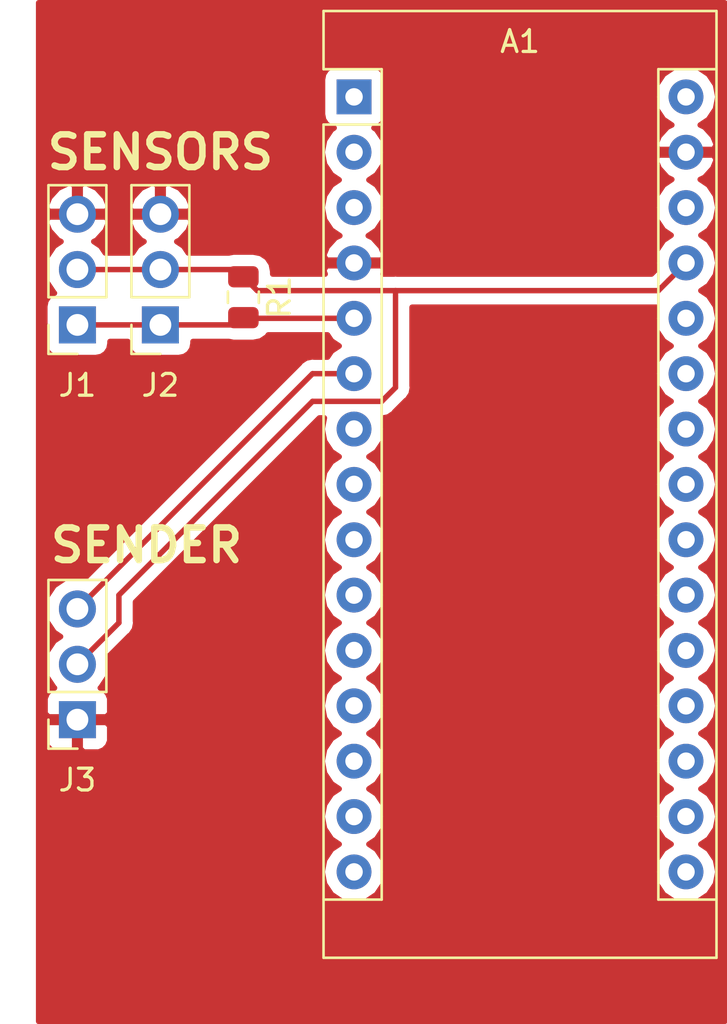
<source format=kicad_pcb>
(kicad_pcb (version 20171130) (host pcbnew 5.0.1)

  (general
    (thickness 1.6)
    (drawings 2)
    (tracks 19)
    (zones 0)
    (modules 5)
    (nets 30)
  )

  (page A4)
  (layers
    (0 F.Cu signal)
    (31 B.Cu signal)
    (32 B.Adhes user)
    (33 F.Adhes user)
    (34 B.Paste user)
    (35 F.Paste user)
    (36 B.SilkS user)
    (37 F.SilkS user)
    (38 B.Mask user)
    (39 F.Mask user)
    (40 Dwgs.User user)
    (41 Cmts.User user)
    (42 Eco1.User user)
    (43 Eco2.User user)
    (44 Edge.Cuts user)
    (45 Margin user)
    (46 B.CrtYd user)
    (47 F.CrtYd user)
    (48 B.Fab user)
    (49 F.Fab user)
  )

  (setup
    (last_trace_width 0.25)
    (trace_clearance 0.2)
    (zone_clearance 0.508)
    (zone_45_only yes)
    (trace_min 0.2)
    (segment_width 0.2)
    (edge_width 0.15)
    (via_size 0.8)
    (via_drill 0.4)
    (via_min_size 0.4)
    (via_min_drill 0.3)
    (uvia_size 0.3)
    (uvia_drill 0.1)
    (uvias_allowed no)
    (uvia_min_size 0.2)
    (uvia_min_drill 0.1)
    (pcb_text_width 0.3)
    (pcb_text_size 1.5 1.5)
    (mod_edge_width 0.15)
    (mod_text_size 1 1)
    (mod_text_width 0.15)
    (pad_size 1.524 1.524)
    (pad_drill 0.762)
    (pad_to_mask_clearance 0.051)
    (solder_mask_min_width 0.25)
    (aux_axis_origin 0 0)
    (visible_elements FFFFFF7F)
    (pcbplotparams
      (layerselection 0x000a8_7fffffff)
      (usegerberextensions false)
      (usegerberattributes false)
      (usegerberadvancedattributes false)
      (creategerberjobfile false)
      (excludeedgelayer true)
      (linewidth 0.100000)
      (plotframeref false)
      (viasonmask false)
      (mode 1)
      (useauxorigin false)
      (hpglpennumber 1)
      (hpglpenspeed 20)
      (hpglpendiameter 15.000000)
      (psnegative false)
      (psa4output false)
      (plotreference true)
      (plotvalue true)
      (plotinvisibletext false)
      (padsonsilk false)
      (subtractmaskfromsilk false)
      (outputformat 1)
      (mirror false)
      (drillshape 0)
      (scaleselection 1)
      (outputdirectory "/tmp/kicad/"))
  )

  (net 0 "")
  (net 1 "Net-(A1-Pad5)")
  (net 2 "Net-(A1-Pad12)")
  (net 3 "Net-(A1-Pad1)")
  (net 4 "Net-(A1-Pad17)")
  (net 5 "Net-(A1-Pad2)")
  (net 6 "Net-(A1-Pad18)")
  (net 7 "Net-(A1-Pad3)")
  (net 8 "Net-(A1-Pad19)")
  (net 9 "Net-(A1-Pad20)")
  (net 10 "Net-(A1-Pad21)")
  (net 11 "Net-(A1-Pad6)")
  (net 12 "Net-(A1-Pad22)")
  (net 13 "Net-(A1-Pad7)")
  (net 14 "Net-(A1-Pad23)")
  (net 15 "Net-(A1-Pad8)")
  (net 16 "Net-(A1-Pad24)")
  (net 17 "Net-(A1-Pad9)")
  (net 18 "Net-(A1-Pad25)")
  (net 19 "Net-(A1-Pad10)")
  (net 20 "Net-(A1-Pad26)")
  (net 21 "Net-(A1-Pad11)")
  (net 22 "Net-(A1-Pad28)")
  (net 23 "Net-(A1-Pad13)")
  (net 24 "Net-(A1-Pad14)")
  (net 25 "Net-(A1-Pad30)")
  (net 26 "Net-(A1-Pad15)")
  (net 27 "Net-(A1-Pad16)")
  (net 28 +5V)
  (net 29 GND)

  (net_class Default "Dies ist die voreingestellte Netzklasse."
    (clearance 0.2)
    (trace_width 0.25)
    (via_dia 0.8)
    (via_drill 0.4)
    (uvia_dia 0.3)
    (uvia_drill 0.1)
    (add_net +5V)
    (add_net GND)
    (add_net "Net-(A1-Pad1)")
    (add_net "Net-(A1-Pad10)")
    (add_net "Net-(A1-Pad11)")
    (add_net "Net-(A1-Pad12)")
    (add_net "Net-(A1-Pad13)")
    (add_net "Net-(A1-Pad14)")
    (add_net "Net-(A1-Pad15)")
    (add_net "Net-(A1-Pad16)")
    (add_net "Net-(A1-Pad17)")
    (add_net "Net-(A1-Pad18)")
    (add_net "Net-(A1-Pad19)")
    (add_net "Net-(A1-Pad2)")
    (add_net "Net-(A1-Pad20)")
    (add_net "Net-(A1-Pad21)")
    (add_net "Net-(A1-Pad22)")
    (add_net "Net-(A1-Pad23)")
    (add_net "Net-(A1-Pad24)")
    (add_net "Net-(A1-Pad25)")
    (add_net "Net-(A1-Pad26)")
    (add_net "Net-(A1-Pad28)")
    (add_net "Net-(A1-Pad3)")
    (add_net "Net-(A1-Pad30)")
    (add_net "Net-(A1-Pad5)")
    (add_net "Net-(A1-Pad6)")
    (add_net "Net-(A1-Pad7)")
    (add_net "Net-(A1-Pad8)")
    (add_net "Net-(A1-Pad9)")
  )

  (module Connector_PinSocket_2.54mm:PinSocket_1x03_P2.54mm_Vertical (layer F.Cu) (tedit 5A19A429) (tstamp 5C81E365)
    (at 100.965 111.125 180)
    (descr "Through hole straight socket strip, 1x03, 2.54mm pitch, single row (from Kicad 4.0.7), script generated")
    (tags "Through hole socket strip THT 1x03 2.54mm single row")
    (path /5C7BC815)
    (fp_text reference J3 (at 0 -2.77 180) (layer F.SilkS)
      (effects (font (size 1 1) (thickness 0.15)))
    )
    (fp_text value SENDER (at 0 7.85 180) (layer F.Fab)
      (effects (font (size 1 1) (thickness 0.15)))
    )
    (fp_line (start -1.27 -1.27) (end 0.635 -1.27) (layer F.Fab) (width 0.1))
    (fp_line (start 0.635 -1.27) (end 1.27 -0.635) (layer F.Fab) (width 0.1))
    (fp_line (start 1.27 -0.635) (end 1.27 6.35) (layer F.Fab) (width 0.1))
    (fp_line (start 1.27 6.35) (end -1.27 6.35) (layer F.Fab) (width 0.1))
    (fp_line (start -1.27 6.35) (end -1.27 -1.27) (layer F.Fab) (width 0.1))
    (fp_line (start -1.33 1.27) (end 1.33 1.27) (layer F.SilkS) (width 0.12))
    (fp_line (start -1.33 1.27) (end -1.33 6.41) (layer F.SilkS) (width 0.12))
    (fp_line (start -1.33 6.41) (end 1.33 6.41) (layer F.SilkS) (width 0.12))
    (fp_line (start 1.33 1.27) (end 1.33 6.41) (layer F.SilkS) (width 0.12))
    (fp_line (start 1.33 -1.33) (end 1.33 0) (layer F.SilkS) (width 0.12))
    (fp_line (start 0 -1.33) (end 1.33 -1.33) (layer F.SilkS) (width 0.12))
    (fp_line (start -1.8 -1.8) (end 1.75 -1.8) (layer F.CrtYd) (width 0.05))
    (fp_line (start 1.75 -1.8) (end 1.75 6.85) (layer F.CrtYd) (width 0.05))
    (fp_line (start 1.75 6.85) (end -1.8 6.85) (layer F.CrtYd) (width 0.05))
    (fp_line (start -1.8 6.85) (end -1.8 -1.8) (layer F.CrtYd) (width 0.05))
    (fp_text user %R (at 0 2.54 270) (layer F.Fab)
      (effects (font (size 1 1) (thickness 0.15)))
    )
    (pad 1 thru_hole rect (at 0 0 180) (size 1.7 1.7) (drill 1) (layers *.Cu *.Mask)
      (net 29 GND))
    (pad 2 thru_hole oval (at 0 2.54 180) (size 1.7 1.7) (drill 1) (layers *.Cu *.Mask)
      (net 28 +5V))
    (pad 3 thru_hole oval (at 0 5.08 180) (size 1.7 1.7) (drill 1) (layers *.Cu *.Mask)
      (net 11 "Net-(A1-Pad6)"))
    (model ${KISYS3DMOD}/Connector_PinSocket_2.54mm.3dshapes/PinSocket_1x03_P2.54mm_Vertical.wrl
      (at (xyz 0 0 0))
      (scale (xyz 1 1 1))
      (rotate (xyz 0 0 0))
    )
  )

  (module Module:Arduino_Nano (layer F.Cu) (tedit 58ACAF70) (tstamp 5C81E320)
    (at 113.665 82.55)
    (descr "Arduino Nano, http://www.mouser.com/pdfdocs/Gravitech_Arduino_Nano3_0.pdf")
    (tags "Arduino Nano")
    (path /5C7B98BC)
    (fp_text reference A1 (at 7.62 -2.54) (layer F.SilkS)
      (effects (font (size 1 1) (thickness 0.15)))
    )
    (fp_text value Arduino_Nano_v3.x (at 8.89 19.05 90) (layer F.Fab)
      (effects (font (size 1 1) (thickness 0.15)))
    )
    (fp_text user %R (at 6.35 19.05 90) (layer F.Fab)
      (effects (font (size 1 1) (thickness 0.15)))
    )
    (fp_line (start 1.27 1.27) (end 1.27 -1.27) (layer F.SilkS) (width 0.12))
    (fp_line (start 1.27 -1.27) (end -1.4 -1.27) (layer F.SilkS) (width 0.12))
    (fp_line (start -1.4 1.27) (end -1.4 39.5) (layer F.SilkS) (width 0.12))
    (fp_line (start -1.4 -3.94) (end -1.4 -1.27) (layer F.SilkS) (width 0.12))
    (fp_line (start 13.97 -1.27) (end 16.64 -1.27) (layer F.SilkS) (width 0.12))
    (fp_line (start 13.97 -1.27) (end 13.97 36.83) (layer F.SilkS) (width 0.12))
    (fp_line (start 13.97 36.83) (end 16.64 36.83) (layer F.SilkS) (width 0.12))
    (fp_line (start 1.27 1.27) (end -1.4 1.27) (layer F.SilkS) (width 0.12))
    (fp_line (start 1.27 1.27) (end 1.27 36.83) (layer F.SilkS) (width 0.12))
    (fp_line (start 1.27 36.83) (end -1.4 36.83) (layer F.SilkS) (width 0.12))
    (fp_line (start 3.81 31.75) (end 11.43 31.75) (layer F.Fab) (width 0.1))
    (fp_line (start 11.43 31.75) (end 11.43 41.91) (layer F.Fab) (width 0.1))
    (fp_line (start 11.43 41.91) (end 3.81 41.91) (layer F.Fab) (width 0.1))
    (fp_line (start 3.81 41.91) (end 3.81 31.75) (layer F.Fab) (width 0.1))
    (fp_line (start -1.4 39.5) (end 16.64 39.5) (layer F.SilkS) (width 0.12))
    (fp_line (start 16.64 39.5) (end 16.64 -3.94) (layer F.SilkS) (width 0.12))
    (fp_line (start 16.64 -3.94) (end -1.4 -3.94) (layer F.SilkS) (width 0.12))
    (fp_line (start 16.51 39.37) (end -1.27 39.37) (layer F.Fab) (width 0.1))
    (fp_line (start -1.27 39.37) (end -1.27 -2.54) (layer F.Fab) (width 0.1))
    (fp_line (start -1.27 -2.54) (end 0 -3.81) (layer F.Fab) (width 0.1))
    (fp_line (start 0 -3.81) (end 16.51 -3.81) (layer F.Fab) (width 0.1))
    (fp_line (start 16.51 -3.81) (end 16.51 39.37) (layer F.Fab) (width 0.1))
    (fp_line (start -1.53 -4.06) (end 16.75 -4.06) (layer F.CrtYd) (width 0.05))
    (fp_line (start -1.53 -4.06) (end -1.53 42.16) (layer F.CrtYd) (width 0.05))
    (fp_line (start 16.75 42.16) (end 16.75 -4.06) (layer F.CrtYd) (width 0.05))
    (fp_line (start 16.75 42.16) (end -1.53 42.16) (layer F.CrtYd) (width 0.05))
    (pad 1 thru_hole rect (at 0 0) (size 1.6 1.6) (drill 0.8) (layers *.Cu *.Mask)
      (net 3 "Net-(A1-Pad1)"))
    (pad 17 thru_hole oval (at 15.24 33.02) (size 1.6 1.6) (drill 0.8) (layers *.Cu *.Mask)
      (net 4 "Net-(A1-Pad17)"))
    (pad 2 thru_hole oval (at 0 2.54) (size 1.6 1.6) (drill 0.8) (layers *.Cu *.Mask)
      (net 5 "Net-(A1-Pad2)"))
    (pad 18 thru_hole oval (at 15.24 30.48) (size 1.6 1.6) (drill 0.8) (layers *.Cu *.Mask)
      (net 6 "Net-(A1-Pad18)"))
    (pad 3 thru_hole oval (at 0 5.08) (size 1.6 1.6) (drill 0.8) (layers *.Cu *.Mask)
      (net 7 "Net-(A1-Pad3)"))
    (pad 19 thru_hole oval (at 15.24 27.94) (size 1.6 1.6) (drill 0.8) (layers *.Cu *.Mask)
      (net 8 "Net-(A1-Pad19)"))
    (pad 4 thru_hole oval (at 0 7.62) (size 1.6 1.6) (drill 0.8) (layers *.Cu *.Mask)
      (net 29 GND))
    (pad 20 thru_hole oval (at 15.24 25.4) (size 1.6 1.6) (drill 0.8) (layers *.Cu *.Mask)
      (net 9 "Net-(A1-Pad20)"))
    (pad 5 thru_hole oval (at 0 10.16) (size 1.6 1.6) (drill 0.8) (layers *.Cu *.Mask)
      (net 1 "Net-(A1-Pad5)"))
    (pad 21 thru_hole oval (at 15.24 22.86) (size 1.6 1.6) (drill 0.8) (layers *.Cu *.Mask)
      (net 10 "Net-(A1-Pad21)"))
    (pad 6 thru_hole oval (at 0 12.7) (size 1.6 1.6) (drill 0.8) (layers *.Cu *.Mask)
      (net 11 "Net-(A1-Pad6)"))
    (pad 22 thru_hole oval (at 15.24 20.32) (size 1.6 1.6) (drill 0.8) (layers *.Cu *.Mask)
      (net 12 "Net-(A1-Pad22)"))
    (pad 7 thru_hole oval (at 0 15.24) (size 1.6 1.6) (drill 0.8) (layers *.Cu *.Mask)
      (net 13 "Net-(A1-Pad7)"))
    (pad 23 thru_hole oval (at 15.24 17.78) (size 1.6 1.6) (drill 0.8) (layers *.Cu *.Mask)
      (net 14 "Net-(A1-Pad23)"))
    (pad 8 thru_hole oval (at 0 17.78) (size 1.6 1.6) (drill 0.8) (layers *.Cu *.Mask)
      (net 15 "Net-(A1-Pad8)"))
    (pad 24 thru_hole oval (at 15.24 15.24) (size 1.6 1.6) (drill 0.8) (layers *.Cu *.Mask)
      (net 16 "Net-(A1-Pad24)"))
    (pad 9 thru_hole oval (at 0 20.32) (size 1.6 1.6) (drill 0.8) (layers *.Cu *.Mask)
      (net 17 "Net-(A1-Pad9)"))
    (pad 25 thru_hole oval (at 15.24 12.7) (size 1.6 1.6) (drill 0.8) (layers *.Cu *.Mask)
      (net 18 "Net-(A1-Pad25)"))
    (pad 10 thru_hole oval (at 0 22.86) (size 1.6 1.6) (drill 0.8) (layers *.Cu *.Mask)
      (net 19 "Net-(A1-Pad10)"))
    (pad 26 thru_hole oval (at 15.24 10.16) (size 1.6 1.6) (drill 0.8) (layers *.Cu *.Mask)
      (net 20 "Net-(A1-Pad26)"))
    (pad 11 thru_hole oval (at 0 25.4) (size 1.6 1.6) (drill 0.8) (layers *.Cu *.Mask)
      (net 21 "Net-(A1-Pad11)"))
    (pad 27 thru_hole oval (at 15.24 7.62) (size 1.6 1.6) (drill 0.8) (layers *.Cu *.Mask)
      (net 28 +5V))
    (pad 12 thru_hole oval (at 0 27.94) (size 1.6 1.6) (drill 0.8) (layers *.Cu *.Mask)
      (net 2 "Net-(A1-Pad12)"))
    (pad 28 thru_hole oval (at 15.24 5.08) (size 1.6 1.6) (drill 0.8) (layers *.Cu *.Mask)
      (net 22 "Net-(A1-Pad28)"))
    (pad 13 thru_hole oval (at 0 30.48) (size 1.6 1.6) (drill 0.8) (layers *.Cu *.Mask)
      (net 23 "Net-(A1-Pad13)"))
    (pad 29 thru_hole oval (at 15.24 2.54) (size 1.6 1.6) (drill 0.8) (layers *.Cu *.Mask)
      (net 29 GND))
    (pad 14 thru_hole oval (at 0 33.02) (size 1.6 1.6) (drill 0.8) (layers *.Cu *.Mask)
      (net 24 "Net-(A1-Pad14)"))
    (pad 30 thru_hole oval (at 15.24 0) (size 1.6 1.6) (drill 0.8) (layers *.Cu *.Mask)
      (net 25 "Net-(A1-Pad30)"))
    (pad 15 thru_hole oval (at 0 35.56) (size 1.6 1.6) (drill 0.8) (layers *.Cu *.Mask)
      (net 26 "Net-(A1-Pad15)"))
    (pad 16 thru_hole oval (at 15.24 35.56) (size 1.6 1.6) (drill 0.8) (layers *.Cu *.Mask)
      (net 27 "Net-(A1-Pad16)"))
    (model ${KISYS3DMOD}/Module.3dshapes/Arduino_Nano_WithMountingHoles.wrl
      (at (xyz 0 0 0))
      (scale (xyz 1 1 1))
      (rotate (xyz 0 0 0))
    )
  )

  (module Resistor_SMD:R_0805_2012Metric (layer F.Cu) (tedit 5B36C52B) (tstamp 5C81E807)
    (at 108.585 91.7425 270)
    (descr "Resistor SMD 0805 (2012 Metric), square (rectangular) end terminal, IPC_7351 nominal, (Body size source: https://docs.google.com/spreadsheets/d/1BsfQQcO9C6DZCsRaXUlFlo91Tg2WpOkGARC1WS5S8t0/edit?usp=sharing), generated with kicad-footprint-generator")
    (tags resistor)
    (path /5C7B94B3)
    (attr smd)
    (fp_text reference R1 (at 0 -1.65 270) (layer F.SilkS)
      (effects (font (size 1 1) (thickness 0.15)))
    )
    (fp_text value 4k7 (at 0 1.65 270) (layer F.Fab)
      (effects (font (size 1 1) (thickness 0.15)))
    )
    (fp_line (start -1 0.6) (end -1 -0.6) (layer F.Fab) (width 0.1))
    (fp_line (start -1 -0.6) (end 1 -0.6) (layer F.Fab) (width 0.1))
    (fp_line (start 1 -0.6) (end 1 0.6) (layer F.Fab) (width 0.1))
    (fp_line (start 1 0.6) (end -1 0.6) (layer F.Fab) (width 0.1))
    (fp_line (start -0.258578 -0.71) (end 0.258578 -0.71) (layer F.SilkS) (width 0.12))
    (fp_line (start -0.258578 0.71) (end 0.258578 0.71) (layer F.SilkS) (width 0.12))
    (fp_line (start -1.68 0.95) (end -1.68 -0.95) (layer F.CrtYd) (width 0.05))
    (fp_line (start -1.68 -0.95) (end 1.68 -0.95) (layer F.CrtYd) (width 0.05))
    (fp_line (start 1.68 -0.95) (end 1.68 0.95) (layer F.CrtYd) (width 0.05))
    (fp_line (start 1.68 0.95) (end -1.68 0.95) (layer F.CrtYd) (width 0.05))
    (fp_text user %R (at 0 0 270) (layer F.Fab)
      (effects (font (size 0.5 0.5) (thickness 0.08)))
    )
    (pad 1 smd roundrect (at -0.9375 0 270) (size 0.975 1.4) (layers F.Cu F.Paste F.Mask) (roundrect_rratio 0.25)
      (net 28 +5V))
    (pad 2 smd roundrect (at 0.9375 0 270) (size 0.975 1.4) (layers F.Cu F.Paste F.Mask) (roundrect_rratio 0.25)
      (net 1 "Net-(A1-Pad5)"))
    (model ${KISYS3DMOD}/Resistor_SMD.3dshapes/R_0805_2012Metric.wrl
      (at (xyz 0 0 0))
      (scale (xyz 1 1 1))
      (rotate (xyz 0 0 0))
    )
  )

  (module Connector_PinSocket_2.54mm:PinSocket_1x03_P2.54mm_Vertical (layer F.Cu) (tedit 5A19A429) (tstamp 5C81E34E)
    (at 104.775 93.0125 180)
    (descr "Through hole straight socket strip, 1x03, 2.54mm pitch, single row (from Kicad 4.0.7), script generated")
    (tags "Through hole socket strip THT 1x03 2.54mm single row")
    (path /5C7BBD1E)
    (fp_text reference J2 (at 0 -2.77 180) (layer F.SilkS)
      (effects (font (size 1 1) (thickness 0.15)))
    )
    (fp_text value SENSOR2 (at 0 7.85 180) (layer F.Fab)
      (effects (font (size 1 1) (thickness 0.15)))
    )
    (fp_text user %R (at 0 2.54 270) (layer F.Fab)
      (effects (font (size 1 1) (thickness 0.15)))
    )
    (fp_line (start -1.8 6.85) (end -1.8 -1.8) (layer F.CrtYd) (width 0.05))
    (fp_line (start 1.75 6.85) (end -1.8 6.85) (layer F.CrtYd) (width 0.05))
    (fp_line (start 1.75 -1.8) (end 1.75 6.85) (layer F.CrtYd) (width 0.05))
    (fp_line (start -1.8 -1.8) (end 1.75 -1.8) (layer F.CrtYd) (width 0.05))
    (fp_line (start 0 -1.33) (end 1.33 -1.33) (layer F.SilkS) (width 0.12))
    (fp_line (start 1.33 -1.33) (end 1.33 0) (layer F.SilkS) (width 0.12))
    (fp_line (start 1.33 1.27) (end 1.33 6.41) (layer F.SilkS) (width 0.12))
    (fp_line (start -1.33 6.41) (end 1.33 6.41) (layer F.SilkS) (width 0.12))
    (fp_line (start -1.33 1.27) (end -1.33 6.41) (layer F.SilkS) (width 0.12))
    (fp_line (start -1.33 1.27) (end 1.33 1.27) (layer F.SilkS) (width 0.12))
    (fp_line (start -1.27 6.35) (end -1.27 -1.27) (layer F.Fab) (width 0.1))
    (fp_line (start 1.27 6.35) (end -1.27 6.35) (layer F.Fab) (width 0.1))
    (fp_line (start 1.27 -0.635) (end 1.27 6.35) (layer F.Fab) (width 0.1))
    (fp_line (start 0.635 -1.27) (end 1.27 -0.635) (layer F.Fab) (width 0.1))
    (fp_line (start -1.27 -1.27) (end 0.635 -1.27) (layer F.Fab) (width 0.1))
    (pad 3 thru_hole oval (at 0 5.08 180) (size 1.7 1.7) (drill 1) (layers *.Cu *.Mask)
      (net 29 GND))
    (pad 2 thru_hole oval (at 0 2.54 180) (size 1.7 1.7) (drill 1) (layers *.Cu *.Mask)
      (net 28 +5V))
    (pad 1 thru_hole rect (at 0 0 180) (size 1.7 1.7) (drill 1) (layers *.Cu *.Mask)
      (net 1 "Net-(A1-Pad5)"))
    (model ${KISYS3DMOD}/Connector_PinSocket_2.54mm.3dshapes/PinSocket_1x03_P2.54mm_Vertical.wrl
      (at (xyz 0 0 0))
      (scale (xyz 1 1 1))
      (rotate (xyz 0 0 0))
    )
  )

  (module Connector_PinSocket_2.54mm:PinSocket_1x03_P2.54mm_Vertical (layer F.Cu) (tedit 5A19A429) (tstamp 5C81E337)
    (at 100.965 93.0125 180)
    (descr "Through hole straight socket strip, 1x03, 2.54mm pitch, single row (from Kicad 4.0.7), script generated")
    (tags "Through hole socket strip THT 1x03 2.54mm single row")
    (path /5C7BBEA6)
    (fp_text reference J1 (at 0 -2.77 180) (layer F.SilkS)
      (effects (font (size 1 1) (thickness 0.15)))
    )
    (fp_text value SENSOR1 (at 0 7.85 180) (layer F.Fab)
      (effects (font (size 1 1) (thickness 0.15)))
    )
    (fp_line (start -1.27 -1.27) (end 0.635 -1.27) (layer F.Fab) (width 0.1))
    (fp_line (start 0.635 -1.27) (end 1.27 -0.635) (layer F.Fab) (width 0.1))
    (fp_line (start 1.27 -0.635) (end 1.27 6.35) (layer F.Fab) (width 0.1))
    (fp_line (start 1.27 6.35) (end -1.27 6.35) (layer F.Fab) (width 0.1))
    (fp_line (start -1.27 6.35) (end -1.27 -1.27) (layer F.Fab) (width 0.1))
    (fp_line (start -1.33 1.27) (end 1.33 1.27) (layer F.SilkS) (width 0.12))
    (fp_line (start -1.33 1.27) (end -1.33 6.41) (layer F.SilkS) (width 0.12))
    (fp_line (start -1.33 6.41) (end 1.33 6.41) (layer F.SilkS) (width 0.12))
    (fp_line (start 1.33 1.27) (end 1.33 6.41) (layer F.SilkS) (width 0.12))
    (fp_line (start 1.33 -1.33) (end 1.33 0) (layer F.SilkS) (width 0.12))
    (fp_line (start 0 -1.33) (end 1.33 -1.33) (layer F.SilkS) (width 0.12))
    (fp_line (start -1.8 -1.8) (end 1.75 -1.8) (layer F.CrtYd) (width 0.05))
    (fp_line (start 1.75 -1.8) (end 1.75 6.85) (layer F.CrtYd) (width 0.05))
    (fp_line (start 1.75 6.85) (end -1.8 6.85) (layer F.CrtYd) (width 0.05))
    (fp_line (start -1.8 6.85) (end -1.8 -1.8) (layer F.CrtYd) (width 0.05))
    (fp_text user %R (at 0 2.54 270) (layer F.Fab)
      (effects (font (size 1 1) (thickness 0.15)))
    )
    (pad 1 thru_hole rect (at 0 0 180) (size 1.7 1.7) (drill 1) (layers *.Cu *.Mask)
      (net 1 "Net-(A1-Pad5)"))
    (pad 2 thru_hole oval (at 0 2.54 180) (size 1.7 1.7) (drill 1) (layers *.Cu *.Mask)
      (net 28 +5V))
    (pad 3 thru_hole oval (at 0 5.08 180) (size 1.7 1.7) (drill 1) (layers *.Cu *.Mask)
      (net 29 GND))
    (model ${KISYS3DMOD}/Connector_PinSocket_2.54mm.3dshapes/PinSocket_1x03_P2.54mm_Vertical.wrl
      (at (xyz 0 0 0))
      (scale (xyz 1 1 1))
      (rotate (xyz 0 0 0))
    )
  )

  (gr_text SENDER (at 104.14 103.124) (layer F.SilkS)
    (effects (font (size 1.5 1.5) (thickness 0.3)))
  )
  (gr_text SENSORS (at 104.775 85.09) (layer F.SilkS)
    (effects (font (size 1.5 1.5) (thickness 0.3)))
  )

  (segment (start 108.2525 93.0125) (end 108.585 92.68) (width 0.25) (layer F.Cu) (net 1))
  (segment (start 100.965 93.0125) (end 108.2525 93.0125) (width 0.25) (layer F.Cu) (net 1))
  (segment (start 108.615 92.71) (end 108.585 92.68) (width 0.25) (layer F.Cu) (net 1))
  (segment (start 113.665 92.71) (end 108.615 92.71) (width 0.25) (layer F.Cu) (net 1))
  (segment (start 111.76 95.25) (end 100.965 106.045) (width 0.25) (layer F.Cu) (net 11))
  (segment (start 113.665 95.25) (end 111.76 95.25) (width 0.25) (layer F.Cu) (net 11))
  (segment (start 108.2525 90.4725) (end 108.585 90.805) (width 0.25) (layer F.Cu) (net 28))
  (segment (start 100.965 90.4725) (end 108.2525 90.4725) (width 0.25) (layer F.Cu) (net 28))
  (segment (start 128.105001 90.969999) (end 128.905 90.17) (width 0.25) (layer F.Cu) (net 28))
  (segment (start 127.635 91.44) (end 128.105001 90.969999) (width 0.25) (layer F.Cu) (net 28))
  (segment (start 108.585 90.805) (end 109.22 91.44) (width 0.25) (layer F.Cu) (net 28))
  (segment (start 115.57 91.44) (end 127.635 91.44) (width 0.25) (layer F.Cu) (net 28))
  (segment (start 109.22 91.44) (end 115.57 91.44) (width 0.25) (layer F.Cu) (net 28))
  (segment (start 102.87 106.68) (end 100.965 108.585) (width 0.25) (layer F.Cu) (net 28))
  (segment (start 102.87 105.41) (end 102.87 106.68) (width 0.25) (layer F.Cu) (net 28))
  (segment (start 114.935 96.52) (end 111.76 96.52) (width 0.25) (layer F.Cu) (net 28))
  (segment (start 115.57 91.44) (end 115.57 95.885) (width 0.25) (layer F.Cu) (net 28))
  (segment (start 111.76 96.52) (end 102.87 105.41) (width 0.25) (layer F.Cu) (net 28))
  (segment (start 115.57 95.885) (end 114.935 96.52) (width 0.25) (layer F.Cu) (net 28))

  (zone (net 29) (net_name GND) (layer F.Cu) (tstamp 5C7D2108) (hatch edge 0.508)
    (connect_pads (clearance 0.508))
    (min_thickness 0.254)
    (fill yes (arc_segments 16) (thermal_gap 0.508) (thermal_bridge_width 0.508))
    (polygon
      (pts
        (xy 99.06 78.105) (xy 130.81 78.105) (xy 130.81 125.095) (xy 99.06 125.095)
      )
    )
    (filled_polygon
      (pts
        (xy 130.683 124.968) (xy 99.187 124.968) (xy 99.187 111.41075) (xy 99.48 111.41075) (xy 99.48 112.10131)
        (xy 99.576673 112.334699) (xy 99.755302 112.513327) (xy 99.988691 112.61) (xy 100.67925 112.61) (xy 100.838 112.45125)
        (xy 100.838 111.252) (xy 101.092 111.252) (xy 101.092 112.45125) (xy 101.25075 112.61) (xy 101.941309 112.61)
        (xy 102.174698 112.513327) (xy 102.353327 112.334699) (xy 102.45 112.10131) (xy 102.45 111.41075) (xy 102.29125 111.252)
        (xy 101.092 111.252) (xy 100.838 111.252) (xy 99.63875 111.252) (xy 99.48 111.41075) (xy 99.187 111.41075)
        (xy 99.187 90.4725) (xy 99.450908 90.4725) (xy 99.566161 91.051918) (xy 99.894375 91.543125) (xy 99.912619 91.555316)
        (xy 99.867235 91.564343) (xy 99.657191 91.704691) (xy 99.516843 91.914735) (xy 99.46756 92.1625) (xy 99.46756 93.8625)
        (xy 99.516843 94.110265) (xy 99.657191 94.320309) (xy 99.867235 94.460657) (xy 100.115 94.50994) (xy 101.815 94.50994)
        (xy 102.062765 94.460657) (xy 102.272809 94.320309) (xy 102.413157 94.110265) (xy 102.46244 93.8625) (xy 102.46244 93.7725)
        (xy 103.27756 93.7725) (xy 103.27756 93.8625) (xy 103.326843 94.110265) (xy 103.467191 94.320309) (xy 103.677235 94.460657)
        (xy 103.925 94.50994) (xy 105.625 94.50994) (xy 105.872765 94.460657) (xy 106.082809 94.320309) (xy 106.223157 94.110265)
        (xy 106.27244 93.8625) (xy 106.27244 93.7725) (xy 107.91539 93.7725) (xy 108.12875 93.81494) (xy 109.04125 93.81494)
        (xy 109.382294 93.747102) (xy 109.671416 93.553916) (xy 109.727487 93.47) (xy 112.446957 93.47) (xy 112.630423 93.744577)
        (xy 112.982758 93.98) (xy 112.630423 94.215423) (xy 112.446957 94.49) (xy 111.834846 94.49) (xy 111.759999 94.475112)
        (xy 111.685152 94.49) (xy 111.685148 94.49) (xy 111.463463 94.534096) (xy 111.463461 94.534097) (xy 111.463462 94.534097)
        (xy 111.275526 94.659671) (xy 111.275524 94.659673) (xy 111.212071 94.702071) (xy 111.169673 94.765524) (xy 101.331408 104.603791)
        (xy 101.111256 104.56) (xy 100.818744 104.56) (xy 100.385582 104.646161) (xy 99.894375 104.974375) (xy 99.566161 105.465582)
        (xy 99.450908 106.045) (xy 99.566161 106.624418) (xy 99.894375 107.115625) (xy 100.192761 107.315) (xy 99.894375 107.514375)
        (xy 99.566161 108.005582) (xy 99.450908 108.585) (xy 99.566161 109.164418) (xy 99.894375 109.655625) (xy 99.916033 109.670096)
        (xy 99.755302 109.736673) (xy 99.576673 109.915301) (xy 99.48 110.14869) (xy 99.48 110.83925) (xy 99.63875 110.998)
        (xy 100.838 110.998) (xy 100.838 110.978) (xy 101.092 110.978) (xy 101.092 110.998) (xy 102.29125 110.998)
        (xy 102.45 110.83925) (xy 102.45 110.14869) (xy 102.353327 109.915301) (xy 102.174698 109.736673) (xy 102.013967 109.670096)
        (xy 102.035625 109.655625) (xy 102.363839 109.164418) (xy 102.479092 108.585) (xy 102.406209 108.218592) (xy 103.354473 107.270329)
        (xy 103.417929 107.227929) (xy 103.503409 107.1) (xy 103.585904 106.976538) (xy 103.612068 106.845) (xy 103.63 106.754852)
        (xy 103.63 106.754848) (xy 103.644888 106.68) (xy 103.63 106.605152) (xy 103.63 105.724801) (xy 112.074802 97.28)
        (xy 112.303332 97.28) (xy 112.201887 97.79) (xy 112.31326 98.349909) (xy 112.630423 98.824577) (xy 112.982758 99.06)
        (xy 112.630423 99.295423) (xy 112.31326 99.770091) (xy 112.201887 100.33) (xy 112.31326 100.889909) (xy 112.630423 101.364577)
        (xy 112.982758 101.6) (xy 112.630423 101.835423) (xy 112.31326 102.310091) (xy 112.201887 102.87) (xy 112.31326 103.429909)
        (xy 112.630423 103.904577) (xy 112.982758 104.14) (xy 112.630423 104.375423) (xy 112.31326 104.850091) (xy 112.201887 105.41)
        (xy 112.31326 105.969909) (xy 112.630423 106.444577) (xy 112.982758 106.68) (xy 112.630423 106.915423) (xy 112.31326 107.390091)
        (xy 112.201887 107.95) (xy 112.31326 108.509909) (xy 112.630423 108.984577) (xy 112.982758 109.22) (xy 112.630423 109.455423)
        (xy 112.31326 109.930091) (xy 112.201887 110.49) (xy 112.31326 111.049909) (xy 112.630423 111.524577) (xy 112.982758 111.76)
        (xy 112.630423 111.995423) (xy 112.31326 112.470091) (xy 112.201887 113.03) (xy 112.31326 113.589909) (xy 112.630423 114.064577)
        (xy 112.982758 114.3) (xy 112.630423 114.535423) (xy 112.31326 115.010091) (xy 112.201887 115.57) (xy 112.31326 116.129909)
        (xy 112.630423 116.604577) (xy 112.982758 116.84) (xy 112.630423 117.075423) (xy 112.31326 117.550091) (xy 112.201887 118.11)
        (xy 112.31326 118.669909) (xy 112.630423 119.144577) (xy 113.105091 119.46174) (xy 113.523667 119.545) (xy 113.806333 119.545)
        (xy 114.224909 119.46174) (xy 114.699577 119.144577) (xy 115.01674 118.669909) (xy 115.128113 118.11) (xy 115.01674 117.550091)
        (xy 114.699577 117.075423) (xy 114.347242 116.84) (xy 114.699577 116.604577) (xy 115.01674 116.129909) (xy 115.128113 115.57)
        (xy 115.01674 115.010091) (xy 114.699577 114.535423) (xy 114.347242 114.3) (xy 114.699577 114.064577) (xy 115.01674 113.589909)
        (xy 115.128113 113.03) (xy 115.01674 112.470091) (xy 114.699577 111.995423) (xy 114.347242 111.76) (xy 114.699577 111.524577)
        (xy 115.01674 111.049909) (xy 115.128113 110.49) (xy 115.01674 109.930091) (xy 114.699577 109.455423) (xy 114.347242 109.22)
        (xy 114.699577 108.984577) (xy 115.01674 108.509909) (xy 115.128113 107.95) (xy 115.01674 107.390091) (xy 114.699577 106.915423)
        (xy 114.347242 106.68) (xy 114.699577 106.444577) (xy 115.01674 105.969909) (xy 115.128113 105.41) (xy 115.01674 104.850091)
        (xy 114.699577 104.375423) (xy 114.347242 104.14) (xy 114.699577 103.904577) (xy 115.01674 103.429909) (xy 115.128113 102.87)
        (xy 115.01674 102.310091) (xy 114.699577 101.835423) (xy 114.347242 101.6) (xy 114.699577 101.364577) (xy 115.01674 100.889909)
        (xy 115.128113 100.33) (xy 115.01674 99.770091) (xy 114.699577 99.295423) (xy 114.347242 99.06) (xy 114.699577 98.824577)
        (xy 115.01674 98.349909) (xy 115.128113 97.79) (xy 115.026028 97.276782) (xy 115.231537 97.235904) (xy 115.482929 97.067929)
        (xy 115.525331 97.00447) (xy 116.054473 96.475329) (xy 116.117929 96.432929) (xy 116.285904 96.181537) (xy 116.33 95.959852)
        (xy 116.33 95.959848) (xy 116.344888 95.885) (xy 116.33 95.810152) (xy 116.33 92.2) (xy 127.543332 92.2)
        (xy 127.441887 92.71) (xy 127.55326 93.269909) (xy 127.870423 93.744577) (xy 128.222758 93.98) (xy 127.870423 94.215423)
        (xy 127.55326 94.690091) (xy 127.441887 95.25) (xy 127.55326 95.809909) (xy 127.870423 96.284577) (xy 128.222758 96.52)
        (xy 127.870423 96.755423) (xy 127.55326 97.230091) (xy 127.441887 97.79) (xy 127.55326 98.349909) (xy 127.870423 98.824577)
        (xy 128.222758 99.06) (xy 127.870423 99.295423) (xy 127.55326 99.770091) (xy 127.441887 100.33) (xy 127.55326 100.889909)
        (xy 127.870423 101.364577) (xy 128.222758 101.6) (xy 127.870423 101.835423) (xy 127.55326 102.310091) (xy 127.441887 102.87)
        (xy 127.55326 103.429909) (xy 127.870423 103.904577) (xy 128.222758 104.14) (xy 127.870423 104.375423) (xy 127.55326 104.850091)
        (xy 127.441887 105.41) (xy 127.55326 105.969909) (xy 127.870423 106.444577) (xy 128.222758 106.68) (xy 127.870423 106.915423)
        (xy 127.55326 107.390091) (xy 127.441887 107.95) (xy 127.55326 108.509909) (xy 127.870423 108.984577) (xy 128.222758 109.22)
        (xy 127.870423 109.455423) (xy 127.55326 109.930091) (xy 127.441887 110.49) (xy 127.55326 111.049909) (xy 127.870423 111.524577)
        (xy 128.222758 111.76) (xy 127.870423 111.995423) (xy 127.55326 112.470091) (xy 127.441887 113.03) (xy 127.55326 113.589909)
        (xy 127.870423 114.064577) (xy 128.222758 114.3) (xy 127.870423 114.535423) (xy 127.55326 115.010091) (xy 127.441887 115.57)
        (xy 127.55326 116.129909) (xy 127.870423 116.604577) (xy 128.222758 116.84) (xy 127.870423 117.075423) (xy 127.55326 117.550091)
        (xy 127.441887 118.11) (xy 127.55326 118.669909) (xy 127.870423 119.144577) (xy 128.345091 119.46174) (xy 128.763667 119.545)
        (xy 129.046333 119.545) (xy 129.464909 119.46174) (xy 129.939577 119.144577) (xy 130.25674 118.669909) (xy 130.368113 118.11)
        (xy 130.25674 117.550091) (xy 129.939577 117.075423) (xy 129.587242 116.84) (xy 129.939577 116.604577) (xy 130.25674 116.129909)
        (xy 130.368113 115.57) (xy 130.25674 115.010091) (xy 129.939577 114.535423) (xy 129.587242 114.3) (xy 129.939577 114.064577)
        (xy 130.25674 113.589909) (xy 130.368113 113.03) (xy 130.25674 112.470091) (xy 129.939577 111.995423) (xy 129.587242 111.76)
        (xy 129.939577 111.524577) (xy 130.25674 111.049909) (xy 130.368113 110.49) (xy 130.25674 109.930091) (xy 129.939577 109.455423)
        (xy 129.587242 109.22) (xy 129.939577 108.984577) (xy 130.25674 108.509909) (xy 130.368113 107.95) (xy 130.25674 107.390091)
        (xy 129.939577 106.915423) (xy 129.587242 106.68) (xy 129.939577 106.444577) (xy 130.25674 105.969909) (xy 130.368113 105.41)
        (xy 130.25674 104.850091) (xy 129.939577 104.375423) (xy 129.587242 104.14) (xy 129.939577 103.904577) (xy 130.25674 103.429909)
        (xy 130.368113 102.87) (xy 130.25674 102.310091) (xy 129.939577 101.835423) (xy 129.587242 101.6) (xy 129.939577 101.364577)
        (xy 130.25674 100.889909) (xy 130.368113 100.33) (xy 130.25674 99.770091) (xy 129.939577 99.295423) (xy 129.587242 99.06)
        (xy 129.939577 98.824577) (xy 130.25674 98.349909) (xy 130.368113 97.79) (xy 130.25674 97.230091) (xy 129.939577 96.755423)
        (xy 129.587242 96.52) (xy 129.939577 96.284577) (xy 130.25674 95.809909) (xy 130.368113 95.25) (xy 130.25674 94.690091)
        (xy 129.939577 94.215423) (xy 129.587242 93.98) (xy 129.939577 93.744577) (xy 130.25674 93.269909) (xy 130.368113 92.71)
        (xy 130.25674 92.150091) (xy 129.939577 91.675423) (xy 129.587242 91.44) (xy 129.939577 91.204577) (xy 130.25674 90.729909)
        (xy 130.368113 90.17) (xy 130.25674 89.610091) (xy 129.939577 89.135423) (xy 129.587242 88.9) (xy 129.939577 88.664577)
        (xy 130.25674 88.189909) (xy 130.368113 87.63) (xy 130.25674 87.070091) (xy 129.939577 86.595423) (xy 129.555892 86.339053)
        (xy 129.760134 86.242389) (xy 130.136041 85.827423) (xy 130.296904 85.439039) (xy 130.174915 85.217) (xy 129.032 85.217)
        (xy 129.032 85.237) (xy 128.778 85.237) (xy 128.778 85.217) (xy 127.635085 85.217) (xy 127.513096 85.439039)
        (xy 127.673959 85.827423) (xy 128.049866 86.242389) (xy 128.254108 86.339053) (xy 127.870423 86.595423) (xy 127.55326 87.070091)
        (xy 127.441887 87.63) (xy 127.55326 88.189909) (xy 127.870423 88.664577) (xy 128.222758 88.9) (xy 127.870423 89.135423)
        (xy 127.55326 89.610091) (xy 127.441887 90.17) (xy 127.506312 90.493887) (xy 127.320199 90.68) (xy 115.644852 90.68)
        (xy 115.57 90.665111) (xy 115.495148 90.68) (xy 114.990236 90.68) (xy 115.056904 90.519039) (xy 114.934915 90.297)
        (xy 113.792 90.297) (xy 113.792 90.317) (xy 113.538 90.317) (xy 113.538 90.297) (xy 112.395085 90.297)
        (xy 112.273096 90.519039) (xy 112.339764 90.68) (xy 109.93244 90.68) (xy 109.93244 90.56125) (xy 109.864602 90.220206)
        (xy 109.671416 89.931084) (xy 109.382294 89.737898) (xy 109.04125 89.67006) (xy 108.12875 89.67006) (xy 107.91539 89.7125)
        (xy 106.053178 89.7125) (xy 105.845625 89.401875) (xy 105.526522 89.188657) (xy 105.656358 89.127683) (xy 106.046645 88.699424)
        (xy 106.216476 88.28939) (xy 106.095155 88.0595) (xy 104.902 88.0595) (xy 104.902 88.0795) (xy 104.648 88.0795)
        (xy 104.648 88.0595) (xy 103.454845 88.0595) (xy 103.333524 88.28939) (xy 103.503355 88.699424) (xy 103.893642 89.127683)
        (xy 104.023478 89.188657) (xy 103.704375 89.401875) (xy 103.496822 89.7125) (xy 102.243178 89.7125) (xy 102.035625 89.401875)
        (xy 101.716522 89.188657) (xy 101.846358 89.127683) (xy 102.236645 88.699424) (xy 102.406476 88.28939) (xy 102.285155 88.0595)
        (xy 101.092 88.0595) (xy 101.092 88.0795) (xy 100.838 88.0795) (xy 100.838 88.0595) (xy 99.644845 88.0595)
        (xy 99.523524 88.28939) (xy 99.693355 88.699424) (xy 100.083642 89.127683) (xy 100.213478 89.188657) (xy 99.894375 89.401875)
        (xy 99.566161 89.893082) (xy 99.450908 90.4725) (xy 99.187 90.4725) (xy 99.187 87.57561) (xy 99.523524 87.57561)
        (xy 99.644845 87.8055) (xy 100.838 87.8055) (xy 100.838 86.611681) (xy 101.092 86.611681) (xy 101.092 87.8055)
        (xy 102.285155 87.8055) (xy 102.406476 87.57561) (xy 103.333524 87.57561) (xy 103.454845 87.8055) (xy 104.648 87.8055)
        (xy 104.648 86.611681) (xy 104.902 86.611681) (xy 104.902 87.8055) (xy 106.095155 87.8055) (xy 106.216476 87.57561)
        (xy 106.046645 87.165576) (xy 105.656358 86.737317) (xy 105.131892 86.491014) (xy 104.902 86.611681) (xy 104.648 86.611681)
        (xy 104.418108 86.491014) (xy 103.893642 86.737317) (xy 103.503355 87.165576) (xy 103.333524 87.57561) (xy 102.406476 87.57561)
        (xy 102.236645 87.165576) (xy 101.846358 86.737317) (xy 101.321892 86.491014) (xy 101.092 86.611681) (xy 100.838 86.611681)
        (xy 100.608108 86.491014) (xy 100.083642 86.737317) (xy 99.693355 87.165576) (xy 99.523524 87.57561) (xy 99.187 87.57561)
        (xy 99.187 85.09) (xy 112.201887 85.09) (xy 112.31326 85.649909) (xy 112.630423 86.124577) (xy 112.982758 86.36)
        (xy 112.630423 86.595423) (xy 112.31326 87.070091) (xy 112.201887 87.63) (xy 112.31326 88.189909) (xy 112.630423 88.664577)
        (xy 113.014108 88.920947) (xy 112.809866 89.017611) (xy 112.433959 89.432577) (xy 112.273096 89.820961) (xy 112.395085 90.043)
        (xy 113.538 90.043) (xy 113.538 90.023) (xy 113.792 90.023) (xy 113.792 90.043) (xy 114.934915 90.043)
        (xy 115.056904 89.820961) (xy 114.896041 89.432577) (xy 114.520134 89.017611) (xy 114.315892 88.920947) (xy 114.699577 88.664577)
        (xy 115.01674 88.189909) (xy 115.128113 87.63) (xy 115.01674 87.070091) (xy 114.699577 86.595423) (xy 114.347242 86.36)
        (xy 114.699577 86.124577) (xy 115.01674 85.649909) (xy 115.128113 85.09) (xy 115.01674 84.530091) (xy 114.699577 84.055423)
        (xy 114.578894 83.974785) (xy 114.712765 83.948157) (xy 114.922809 83.807809) (xy 115.063157 83.597765) (xy 115.11244 83.35)
        (xy 115.11244 82.55) (xy 127.441887 82.55) (xy 127.55326 83.109909) (xy 127.870423 83.584577) (xy 128.254108 83.840947)
        (xy 128.049866 83.937611) (xy 127.673959 84.352577) (xy 127.513096 84.740961) (xy 127.635085 84.963) (xy 128.778 84.963)
        (xy 128.778 84.943) (xy 129.032 84.943) (xy 129.032 84.963) (xy 130.174915 84.963) (xy 130.296904 84.740961)
        (xy 130.136041 84.352577) (xy 129.760134 83.937611) (xy 129.555892 83.840947) (xy 129.939577 83.584577) (xy 130.25674 83.109909)
        (xy 130.368113 82.55) (xy 130.25674 81.990091) (xy 129.939577 81.515423) (xy 129.464909 81.19826) (xy 129.046333 81.115)
        (xy 128.763667 81.115) (xy 128.345091 81.19826) (xy 127.870423 81.515423) (xy 127.55326 81.990091) (xy 127.441887 82.55)
        (xy 115.11244 82.55) (xy 115.11244 81.75) (xy 115.063157 81.502235) (xy 114.922809 81.292191) (xy 114.712765 81.151843)
        (xy 114.465 81.10256) (xy 112.865 81.10256) (xy 112.617235 81.151843) (xy 112.407191 81.292191) (xy 112.266843 81.502235)
        (xy 112.21756 81.75) (xy 112.21756 83.35) (xy 112.266843 83.597765) (xy 112.407191 83.807809) (xy 112.617235 83.948157)
        (xy 112.751106 83.974785) (xy 112.630423 84.055423) (xy 112.31326 84.530091) (xy 112.201887 85.09) (xy 99.187 85.09)
        (xy 99.187 78.232) (xy 130.683 78.232)
      )
    )
  )
)

</source>
